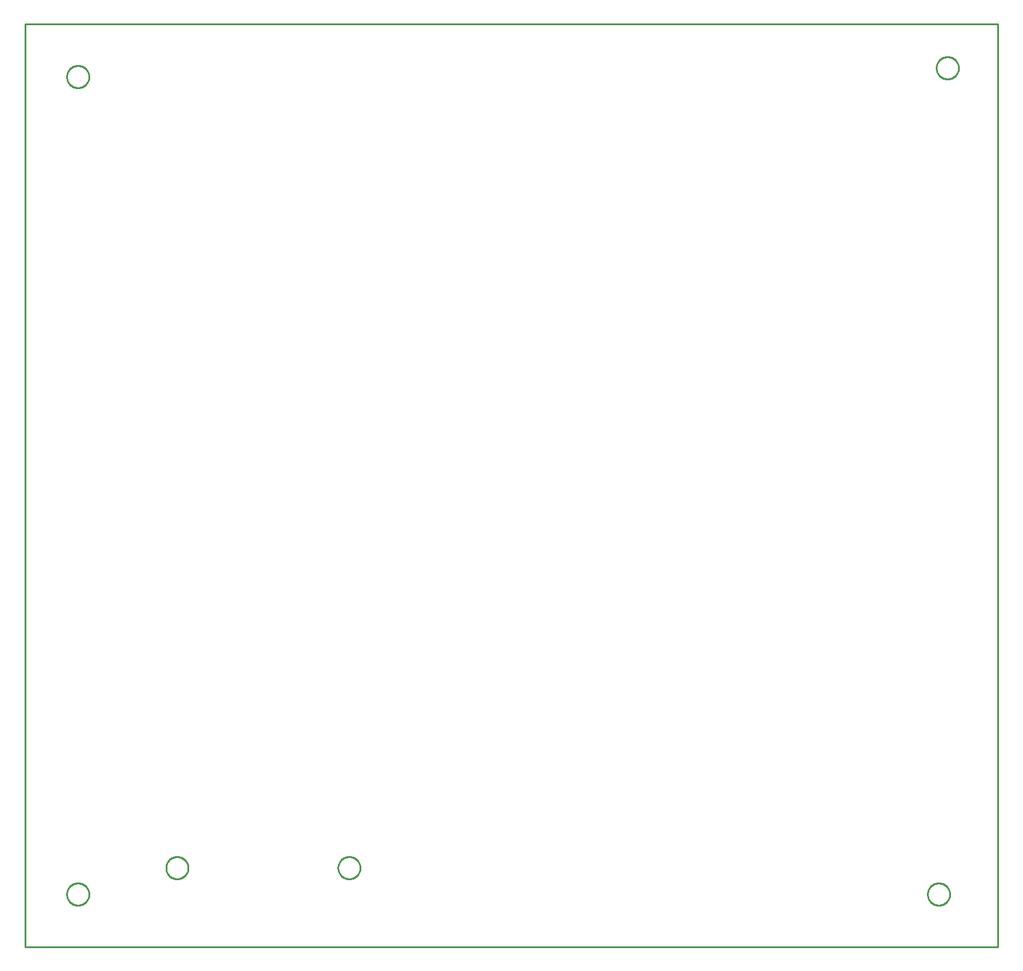
<source format=gbr>
G04 EAGLE Gerber RS-274X export*
G75*
%MOMM*%
%FSLAX34Y34*%
%LPD*%
%IN*%
%IPPOS*%
%AMOC8*
5,1,8,0,0,1.08239X$1,22.5*%
G01*
%ADD10C,0.254000*%


D10*
X0Y0D02*
X1406400Y0D01*
X1406400Y1333400D01*
X0Y1333400D01*
X0Y0D01*
X92200Y75676D02*
X92132Y74631D01*
X91995Y73592D01*
X91790Y72565D01*
X91519Y71553D01*
X91183Y70561D01*
X90782Y69593D01*
X90318Y68654D01*
X89795Y67746D01*
X89213Y66875D01*
X88575Y66044D01*
X87884Y65257D01*
X87143Y64516D01*
X86356Y63825D01*
X85525Y63188D01*
X84654Y62606D01*
X83746Y62082D01*
X82807Y61618D01*
X81839Y61217D01*
X80847Y60881D01*
X79835Y60610D01*
X78808Y60405D01*
X77769Y60269D01*
X76724Y60200D01*
X75676Y60200D01*
X74631Y60269D01*
X73592Y60405D01*
X72565Y60610D01*
X71553Y60881D01*
X70561Y61217D01*
X69593Y61618D01*
X68654Y62082D01*
X67746Y62606D01*
X66875Y63188D01*
X66044Y63825D01*
X65257Y64516D01*
X64516Y65257D01*
X63825Y66044D01*
X63188Y66875D01*
X62606Y67746D01*
X62082Y68654D01*
X61618Y69593D01*
X61217Y70561D01*
X60881Y71553D01*
X60610Y72565D01*
X60405Y73592D01*
X60269Y74631D01*
X60200Y75676D01*
X60200Y76724D01*
X60269Y77769D01*
X60405Y78808D01*
X60610Y79835D01*
X60881Y80847D01*
X61217Y81839D01*
X61618Y82807D01*
X62082Y83746D01*
X62606Y84654D01*
X63188Y85525D01*
X63825Y86356D01*
X64516Y87143D01*
X65257Y87884D01*
X66044Y88575D01*
X66875Y89213D01*
X67746Y89795D01*
X68654Y90318D01*
X69593Y90782D01*
X70561Y91183D01*
X71553Y91519D01*
X72565Y91790D01*
X73592Y91995D01*
X74631Y92132D01*
X75676Y92200D01*
X76724Y92200D01*
X77769Y92132D01*
X78808Y91995D01*
X79835Y91790D01*
X80847Y91519D01*
X81839Y91183D01*
X82807Y90782D01*
X83746Y90318D01*
X84654Y89795D01*
X85525Y89213D01*
X86356Y88575D01*
X87143Y87884D01*
X87884Y87143D01*
X88575Y86356D01*
X89213Y85525D01*
X89795Y84654D01*
X90318Y83746D01*
X90782Y82807D01*
X91183Y81839D01*
X91519Y80847D01*
X91790Y79835D01*
X91995Y78808D01*
X92132Y77769D01*
X92200Y76724D01*
X92200Y75676D01*
X92200Y1256776D02*
X92132Y1255731D01*
X91995Y1254692D01*
X91790Y1253665D01*
X91519Y1252653D01*
X91183Y1251661D01*
X90782Y1250693D01*
X90318Y1249754D01*
X89795Y1248846D01*
X89213Y1247975D01*
X88575Y1247144D01*
X87884Y1246357D01*
X87143Y1245616D01*
X86356Y1244925D01*
X85525Y1244288D01*
X84654Y1243706D01*
X83746Y1243182D01*
X82807Y1242718D01*
X81839Y1242317D01*
X80847Y1241981D01*
X79835Y1241710D01*
X78808Y1241505D01*
X77769Y1241369D01*
X76724Y1241300D01*
X75676Y1241300D01*
X74631Y1241369D01*
X73592Y1241505D01*
X72565Y1241710D01*
X71553Y1241981D01*
X70561Y1242317D01*
X69593Y1242718D01*
X68654Y1243182D01*
X67746Y1243706D01*
X66875Y1244288D01*
X66044Y1244925D01*
X65257Y1245616D01*
X64516Y1246357D01*
X63825Y1247144D01*
X63188Y1247975D01*
X62606Y1248846D01*
X62082Y1249754D01*
X61618Y1250693D01*
X61217Y1251661D01*
X60881Y1252653D01*
X60610Y1253665D01*
X60405Y1254692D01*
X60269Y1255731D01*
X60200Y1256776D01*
X60200Y1257824D01*
X60269Y1258869D01*
X60405Y1259908D01*
X60610Y1260935D01*
X60881Y1261947D01*
X61217Y1262939D01*
X61618Y1263907D01*
X62082Y1264846D01*
X62606Y1265754D01*
X63188Y1266625D01*
X63825Y1267456D01*
X64516Y1268243D01*
X65257Y1268984D01*
X66044Y1269675D01*
X66875Y1270313D01*
X67746Y1270895D01*
X68654Y1271418D01*
X69593Y1271882D01*
X70561Y1272283D01*
X71553Y1272619D01*
X72565Y1272890D01*
X73592Y1273095D01*
X74631Y1273232D01*
X75676Y1273300D01*
X76724Y1273300D01*
X77769Y1273232D01*
X78808Y1273095D01*
X79835Y1272890D01*
X80847Y1272619D01*
X81839Y1272283D01*
X82807Y1271882D01*
X83746Y1271418D01*
X84654Y1270895D01*
X85525Y1270313D01*
X86356Y1269675D01*
X87143Y1268984D01*
X87884Y1268243D01*
X88575Y1267456D01*
X89213Y1266625D01*
X89795Y1265754D01*
X90318Y1264846D01*
X90782Y1263907D01*
X91183Y1262939D01*
X91519Y1261947D01*
X91790Y1260935D01*
X91995Y1259908D01*
X92132Y1258869D01*
X92200Y1257824D01*
X92200Y1256776D01*
X1349500Y1269476D02*
X1349432Y1268431D01*
X1349295Y1267392D01*
X1349090Y1266365D01*
X1348819Y1265353D01*
X1348483Y1264361D01*
X1348082Y1263393D01*
X1347618Y1262454D01*
X1347095Y1261546D01*
X1346513Y1260675D01*
X1345875Y1259844D01*
X1345184Y1259057D01*
X1344443Y1258316D01*
X1343656Y1257625D01*
X1342825Y1256988D01*
X1341954Y1256406D01*
X1341046Y1255882D01*
X1340107Y1255418D01*
X1339139Y1255017D01*
X1338147Y1254681D01*
X1337135Y1254410D01*
X1336108Y1254205D01*
X1335069Y1254069D01*
X1334024Y1254000D01*
X1332976Y1254000D01*
X1331931Y1254069D01*
X1330892Y1254205D01*
X1329865Y1254410D01*
X1328853Y1254681D01*
X1327861Y1255017D01*
X1326893Y1255418D01*
X1325954Y1255882D01*
X1325046Y1256406D01*
X1324175Y1256988D01*
X1323344Y1257625D01*
X1322557Y1258316D01*
X1321816Y1259057D01*
X1321125Y1259844D01*
X1320488Y1260675D01*
X1319906Y1261546D01*
X1319382Y1262454D01*
X1318918Y1263393D01*
X1318517Y1264361D01*
X1318181Y1265353D01*
X1317910Y1266365D01*
X1317705Y1267392D01*
X1317569Y1268431D01*
X1317500Y1269476D01*
X1317500Y1270524D01*
X1317569Y1271569D01*
X1317705Y1272608D01*
X1317910Y1273635D01*
X1318181Y1274647D01*
X1318517Y1275639D01*
X1318918Y1276607D01*
X1319382Y1277546D01*
X1319906Y1278454D01*
X1320488Y1279325D01*
X1321125Y1280156D01*
X1321816Y1280943D01*
X1322557Y1281684D01*
X1323344Y1282375D01*
X1324175Y1283013D01*
X1325046Y1283595D01*
X1325954Y1284118D01*
X1326893Y1284582D01*
X1327861Y1284983D01*
X1328853Y1285319D01*
X1329865Y1285590D01*
X1330892Y1285795D01*
X1331931Y1285932D01*
X1332976Y1286000D01*
X1334024Y1286000D01*
X1335069Y1285932D01*
X1336108Y1285795D01*
X1337135Y1285590D01*
X1338147Y1285319D01*
X1339139Y1284983D01*
X1340107Y1284582D01*
X1341046Y1284118D01*
X1341954Y1283595D01*
X1342825Y1283013D01*
X1343656Y1282375D01*
X1344443Y1281684D01*
X1345184Y1280943D01*
X1345875Y1280156D01*
X1346513Y1279325D01*
X1347095Y1278454D01*
X1347618Y1277546D01*
X1348082Y1276607D01*
X1348483Y1275639D01*
X1348819Y1274647D01*
X1349090Y1273635D01*
X1349295Y1272608D01*
X1349432Y1271569D01*
X1349500Y1270524D01*
X1349500Y1269476D01*
X1336800Y75676D02*
X1336732Y74631D01*
X1336595Y73592D01*
X1336390Y72565D01*
X1336119Y71553D01*
X1335783Y70561D01*
X1335382Y69593D01*
X1334918Y68654D01*
X1334395Y67746D01*
X1333813Y66875D01*
X1333175Y66044D01*
X1332484Y65257D01*
X1331743Y64516D01*
X1330956Y63825D01*
X1330125Y63188D01*
X1329254Y62606D01*
X1328346Y62082D01*
X1327407Y61618D01*
X1326439Y61217D01*
X1325447Y60881D01*
X1324435Y60610D01*
X1323408Y60405D01*
X1322369Y60269D01*
X1321324Y60200D01*
X1320276Y60200D01*
X1319231Y60269D01*
X1318192Y60405D01*
X1317165Y60610D01*
X1316153Y60881D01*
X1315161Y61217D01*
X1314193Y61618D01*
X1313254Y62082D01*
X1312346Y62606D01*
X1311475Y63188D01*
X1310644Y63825D01*
X1309857Y64516D01*
X1309116Y65257D01*
X1308425Y66044D01*
X1307788Y66875D01*
X1307206Y67746D01*
X1306682Y68654D01*
X1306218Y69593D01*
X1305817Y70561D01*
X1305481Y71553D01*
X1305210Y72565D01*
X1305005Y73592D01*
X1304869Y74631D01*
X1304800Y75676D01*
X1304800Y76724D01*
X1304869Y77769D01*
X1305005Y78808D01*
X1305210Y79835D01*
X1305481Y80847D01*
X1305817Y81839D01*
X1306218Y82807D01*
X1306682Y83746D01*
X1307206Y84654D01*
X1307788Y85525D01*
X1308425Y86356D01*
X1309116Y87143D01*
X1309857Y87884D01*
X1310644Y88575D01*
X1311475Y89213D01*
X1312346Y89795D01*
X1313254Y90318D01*
X1314193Y90782D01*
X1315161Y91183D01*
X1316153Y91519D01*
X1317165Y91790D01*
X1318192Y91995D01*
X1319231Y92132D01*
X1320276Y92200D01*
X1321324Y92200D01*
X1322369Y92132D01*
X1323408Y91995D01*
X1324435Y91790D01*
X1325447Y91519D01*
X1326439Y91183D01*
X1327407Y90782D01*
X1328346Y90318D01*
X1329254Y89795D01*
X1330125Y89213D01*
X1330956Y88575D01*
X1331743Y87884D01*
X1332484Y87143D01*
X1333175Y86356D01*
X1333813Y85525D01*
X1334395Y84654D01*
X1334918Y83746D01*
X1335382Y82807D01*
X1335783Y81839D01*
X1336119Y80847D01*
X1336390Y79835D01*
X1336595Y78808D01*
X1336732Y77769D01*
X1336800Y76724D01*
X1336800Y75676D01*
X468824Y130300D02*
X469869Y130232D01*
X470908Y130095D01*
X471935Y129890D01*
X472947Y129619D01*
X473939Y129283D01*
X474907Y128882D01*
X475846Y128418D01*
X476754Y127895D01*
X477625Y127313D01*
X478456Y126675D01*
X479243Y125984D01*
X479984Y125243D01*
X480675Y124456D01*
X481313Y123625D01*
X481895Y122754D01*
X482418Y121846D01*
X482882Y120907D01*
X483283Y119939D01*
X483619Y118947D01*
X483890Y117935D01*
X484095Y116908D01*
X484232Y115869D01*
X484300Y114824D01*
X484300Y113776D01*
X484232Y112731D01*
X484095Y111692D01*
X483890Y110665D01*
X483619Y109653D01*
X483283Y108661D01*
X482882Y107693D01*
X482418Y106754D01*
X481895Y105846D01*
X481313Y104975D01*
X480675Y104144D01*
X479984Y103357D01*
X479243Y102616D01*
X478456Y101925D01*
X477625Y101288D01*
X476754Y100706D01*
X475846Y100182D01*
X474907Y99718D01*
X473939Y99317D01*
X472947Y98981D01*
X471935Y98710D01*
X470908Y98505D01*
X469869Y98369D01*
X468824Y98300D01*
X467776Y98300D01*
X466731Y98369D01*
X465692Y98505D01*
X464665Y98710D01*
X463653Y98981D01*
X462661Y99317D01*
X461693Y99718D01*
X460754Y100182D01*
X459846Y100706D01*
X458975Y101288D01*
X458144Y101925D01*
X457357Y102616D01*
X456616Y103357D01*
X455925Y104144D01*
X455288Y104975D01*
X454706Y105846D01*
X454182Y106754D01*
X453718Y107693D01*
X453317Y108661D01*
X452981Y109653D01*
X452710Y110665D01*
X452505Y111692D01*
X452369Y112731D01*
X452300Y113776D01*
X452300Y114824D01*
X452369Y115869D01*
X452505Y116908D01*
X452710Y117935D01*
X452981Y118947D01*
X453317Y119939D01*
X453718Y120907D01*
X454182Y121846D01*
X454706Y122754D01*
X455288Y123625D01*
X455925Y124456D01*
X456616Y125243D01*
X457357Y125984D01*
X458144Y126675D01*
X458975Y127313D01*
X459846Y127895D01*
X460754Y128418D01*
X461693Y128882D01*
X462661Y129283D01*
X463653Y129619D01*
X464665Y129890D01*
X465692Y130095D01*
X466731Y130232D01*
X467776Y130300D01*
X468824Y130300D01*
X220062Y130300D02*
X221107Y130232D01*
X222146Y130095D01*
X223173Y129890D01*
X224185Y129619D01*
X225177Y129283D01*
X226145Y128882D01*
X227084Y128418D01*
X227992Y127895D01*
X228863Y127313D01*
X229694Y126675D01*
X230481Y125984D01*
X231222Y125243D01*
X231913Y124456D01*
X232551Y123625D01*
X233133Y122754D01*
X233656Y121846D01*
X234120Y120907D01*
X234521Y119939D01*
X234857Y118947D01*
X235128Y117935D01*
X235333Y116908D01*
X235470Y115869D01*
X235538Y114824D01*
X235538Y113776D01*
X235470Y112731D01*
X235333Y111692D01*
X235128Y110665D01*
X234857Y109653D01*
X234521Y108661D01*
X234120Y107693D01*
X233656Y106754D01*
X233133Y105846D01*
X232551Y104975D01*
X231913Y104144D01*
X231222Y103357D01*
X230481Y102616D01*
X229694Y101925D01*
X228863Y101288D01*
X227992Y100706D01*
X227084Y100182D01*
X226145Y99718D01*
X225177Y99317D01*
X224185Y98981D01*
X223173Y98710D01*
X222146Y98505D01*
X221107Y98369D01*
X220062Y98300D01*
X219014Y98300D01*
X217969Y98369D01*
X216930Y98505D01*
X215903Y98710D01*
X214891Y98981D01*
X213899Y99317D01*
X212931Y99718D01*
X211992Y100182D01*
X211084Y100706D01*
X210213Y101288D01*
X209382Y101925D01*
X208595Y102616D01*
X207854Y103357D01*
X207163Y104144D01*
X206526Y104975D01*
X205944Y105846D01*
X205420Y106754D01*
X204956Y107693D01*
X204555Y108661D01*
X204219Y109653D01*
X203948Y110665D01*
X203743Y111692D01*
X203607Y112731D01*
X203538Y113776D01*
X203538Y114824D01*
X203607Y115869D01*
X203743Y116908D01*
X203948Y117935D01*
X204219Y118947D01*
X204555Y119939D01*
X204956Y120907D01*
X205420Y121846D01*
X205944Y122754D01*
X206526Y123625D01*
X207163Y124456D01*
X207854Y125243D01*
X208595Y125984D01*
X209382Y126675D01*
X210213Y127313D01*
X211084Y127895D01*
X211992Y128418D01*
X212931Y128882D01*
X213899Y129283D01*
X214891Y129619D01*
X215903Y129890D01*
X216930Y130095D01*
X217969Y130232D01*
X219014Y130300D01*
X220062Y130300D01*
M02*

</source>
